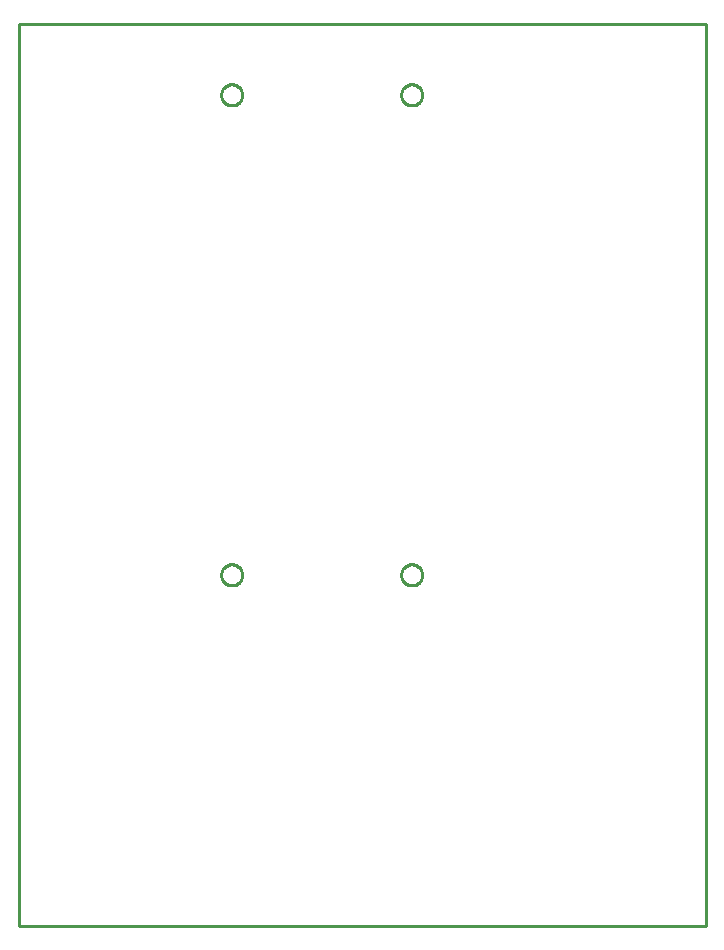
<source format=gbr>
G04 EAGLE Gerber X2 export*
%TF.Part,Single*%
%TF.FileFunction,Profile,NP*%
%TF.FilePolarity,Positive*%
%TF.GenerationSoftware,Autodesk,EAGLE,9.0.0*%
%TF.CreationDate,2022-05-13T19:47:05Z*%
G75*
%MOMM*%
%FSLAX34Y34*%
%LPD*%
%AMOC8*
5,1,8,0,0,1.08239X$1,22.5*%
G01*
%ADD10C,0.254000*%


D10*
X0Y0D02*
X581460Y0D01*
X581460Y763780D01*
X0Y763780D01*
X0Y0D01*
X179952Y694690D02*
X179179Y694758D01*
X178414Y694892D01*
X177664Y695093D01*
X176935Y695359D01*
X176231Y695687D01*
X175559Y696075D01*
X174923Y696520D01*
X174328Y697019D01*
X173779Y697568D01*
X173280Y698163D01*
X172835Y698799D01*
X172447Y699471D01*
X172119Y700175D01*
X171853Y700904D01*
X171652Y701654D01*
X171518Y702419D01*
X171450Y703192D01*
X171450Y703968D01*
X171518Y704741D01*
X171652Y705506D01*
X171853Y706256D01*
X172119Y706985D01*
X172447Y707689D01*
X172835Y708361D01*
X173280Y708997D01*
X173779Y709592D01*
X174328Y710141D01*
X174923Y710640D01*
X175559Y711085D01*
X176231Y711473D01*
X176935Y711801D01*
X177664Y712067D01*
X178414Y712268D01*
X179179Y712402D01*
X179952Y712470D01*
X180728Y712470D01*
X181501Y712402D01*
X182266Y712268D01*
X183016Y712067D01*
X183745Y711801D01*
X184449Y711473D01*
X185121Y711085D01*
X185757Y710640D01*
X186352Y710141D01*
X186901Y709592D01*
X187400Y708997D01*
X187845Y708361D01*
X188233Y707689D01*
X188561Y706985D01*
X188827Y706256D01*
X189028Y705506D01*
X189162Y704741D01*
X189230Y703968D01*
X189230Y703192D01*
X189162Y702419D01*
X189028Y701654D01*
X188827Y700904D01*
X188561Y700175D01*
X188233Y699471D01*
X187845Y698799D01*
X187400Y698163D01*
X186901Y697568D01*
X186352Y697019D01*
X185757Y696520D01*
X185121Y696075D01*
X184449Y695687D01*
X183745Y695359D01*
X183016Y695093D01*
X182266Y694892D01*
X181501Y694758D01*
X180728Y694690D01*
X179952Y694690D01*
X332352Y694690D02*
X331579Y694758D01*
X330814Y694892D01*
X330064Y695093D01*
X329335Y695359D01*
X328631Y695687D01*
X327959Y696075D01*
X327323Y696520D01*
X326728Y697019D01*
X326179Y697568D01*
X325680Y698163D01*
X325235Y698799D01*
X324847Y699471D01*
X324519Y700175D01*
X324253Y700904D01*
X324052Y701654D01*
X323918Y702419D01*
X323850Y703192D01*
X323850Y703968D01*
X323918Y704741D01*
X324052Y705506D01*
X324253Y706256D01*
X324519Y706985D01*
X324847Y707689D01*
X325235Y708361D01*
X325680Y708997D01*
X326179Y709592D01*
X326728Y710141D01*
X327323Y710640D01*
X327959Y711085D01*
X328631Y711473D01*
X329335Y711801D01*
X330064Y712067D01*
X330814Y712268D01*
X331579Y712402D01*
X332352Y712470D01*
X333128Y712470D01*
X333901Y712402D01*
X334666Y712268D01*
X335416Y712067D01*
X336145Y711801D01*
X336849Y711473D01*
X337521Y711085D01*
X338157Y710640D01*
X338752Y710141D01*
X339301Y709592D01*
X339800Y708997D01*
X340245Y708361D01*
X340633Y707689D01*
X340961Y706985D01*
X341227Y706256D01*
X341428Y705506D01*
X341562Y704741D01*
X341630Y703968D01*
X341630Y703192D01*
X341562Y702419D01*
X341428Y701654D01*
X341227Y700904D01*
X340961Y700175D01*
X340633Y699471D01*
X340245Y698799D01*
X339800Y698163D01*
X339301Y697568D01*
X338752Y697019D01*
X338157Y696520D01*
X337521Y696075D01*
X336849Y695687D01*
X336145Y695359D01*
X335416Y695093D01*
X334666Y694892D01*
X333901Y694758D01*
X333128Y694690D01*
X332352Y694690D01*
X332352Y288290D02*
X331579Y288358D01*
X330814Y288492D01*
X330064Y288693D01*
X329335Y288959D01*
X328631Y289287D01*
X327959Y289675D01*
X327323Y290120D01*
X326728Y290619D01*
X326179Y291168D01*
X325680Y291763D01*
X325235Y292399D01*
X324847Y293071D01*
X324519Y293775D01*
X324253Y294504D01*
X324052Y295254D01*
X323918Y296019D01*
X323850Y296792D01*
X323850Y297568D01*
X323918Y298341D01*
X324052Y299106D01*
X324253Y299856D01*
X324519Y300585D01*
X324847Y301289D01*
X325235Y301961D01*
X325680Y302597D01*
X326179Y303192D01*
X326728Y303741D01*
X327323Y304240D01*
X327959Y304685D01*
X328631Y305073D01*
X329335Y305401D01*
X330064Y305667D01*
X330814Y305868D01*
X331579Y306002D01*
X332352Y306070D01*
X333128Y306070D01*
X333901Y306002D01*
X334666Y305868D01*
X335416Y305667D01*
X336145Y305401D01*
X336849Y305073D01*
X337521Y304685D01*
X338157Y304240D01*
X338752Y303741D01*
X339301Y303192D01*
X339800Y302597D01*
X340245Y301961D01*
X340633Y301289D01*
X340961Y300585D01*
X341227Y299856D01*
X341428Y299106D01*
X341562Y298341D01*
X341630Y297568D01*
X341630Y296792D01*
X341562Y296019D01*
X341428Y295254D01*
X341227Y294504D01*
X340961Y293775D01*
X340633Y293071D01*
X340245Y292399D01*
X339800Y291763D01*
X339301Y291168D01*
X338752Y290619D01*
X338157Y290120D01*
X337521Y289675D01*
X336849Y289287D01*
X336145Y288959D01*
X335416Y288693D01*
X334666Y288492D01*
X333901Y288358D01*
X333128Y288290D01*
X332352Y288290D01*
X179952Y288290D02*
X179179Y288358D01*
X178414Y288492D01*
X177664Y288693D01*
X176935Y288959D01*
X176231Y289287D01*
X175559Y289675D01*
X174923Y290120D01*
X174328Y290619D01*
X173779Y291168D01*
X173280Y291763D01*
X172835Y292399D01*
X172447Y293071D01*
X172119Y293775D01*
X171853Y294504D01*
X171652Y295254D01*
X171518Y296019D01*
X171450Y296792D01*
X171450Y297568D01*
X171518Y298341D01*
X171652Y299106D01*
X171853Y299856D01*
X172119Y300585D01*
X172447Y301289D01*
X172835Y301961D01*
X173280Y302597D01*
X173779Y303192D01*
X174328Y303741D01*
X174923Y304240D01*
X175559Y304685D01*
X176231Y305073D01*
X176935Y305401D01*
X177664Y305667D01*
X178414Y305868D01*
X179179Y306002D01*
X179952Y306070D01*
X180728Y306070D01*
X181501Y306002D01*
X182266Y305868D01*
X183016Y305667D01*
X183745Y305401D01*
X184449Y305073D01*
X185121Y304685D01*
X185757Y304240D01*
X186352Y303741D01*
X186901Y303192D01*
X187400Y302597D01*
X187845Y301961D01*
X188233Y301289D01*
X188561Y300585D01*
X188827Y299856D01*
X189028Y299106D01*
X189162Y298341D01*
X189230Y297568D01*
X189230Y296792D01*
X189162Y296019D01*
X189028Y295254D01*
X188827Y294504D01*
X188561Y293775D01*
X188233Y293071D01*
X187845Y292399D01*
X187400Y291763D01*
X186901Y291168D01*
X186352Y290619D01*
X185757Y290120D01*
X185121Y289675D01*
X184449Y289287D01*
X183745Y288959D01*
X183016Y288693D01*
X182266Y288492D01*
X181501Y288358D01*
X180728Y288290D01*
X179952Y288290D01*
M02*

</source>
